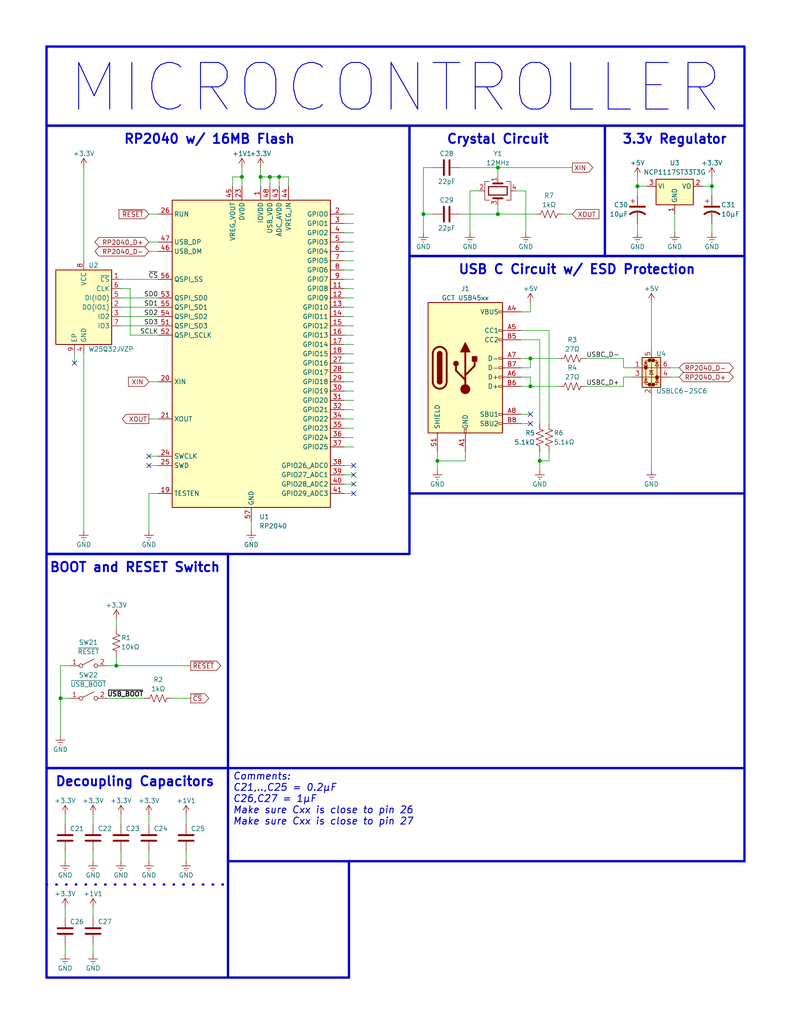
<source format=kicad_sch>
(kicad_sch (version 20231120) (generator "eeschema") (generator_version "8.0")
  (paper "USLetter" portrait)
  (title_block (title "Numb") (date "2024-12-08") (company "a.newhouse"))
  (lib_symbols
    (symbol "Connector:USB_C_Receptacle_USB2.0_16P" (pin_names (offset 1.016))
      (property "Reference" "J" (at 0 22.225 0))
      (property "Value" "USB_C_Receptacle_USB2.0_16P" (at 0 19.685 0))
      (symbol "USB_C_Receptacle_USB2.0_16P_0_0"
        (rectangle (start -0.254 -17.78) (end 0.254 -16.764))
        (rectangle (start 10.16 -14.986) (end 9.144 -15.494))
        (rectangle (start 10.16 -12.446) (end 9.144 -12.954))
        (rectangle (start 10.16 -4.826) (end 9.144 -5.334))
        (rectangle (start 10.16 -2.286) (end 9.144 -2.794))
        (rectangle (start 10.16 0.254) (end 9.144 -0.254))
        (rectangle (start 10.16 2.794) (end 9.144 2.286))
        (rectangle (start 10.16 7.874) (end 9.144 7.366))
        (rectangle (start 10.16 10.414) (end 9.144 9.906))
        (rectangle (start 10.16 15.494) (end 9.144 14.986))
      )
      (symbol "USB_C_Receptacle_USB2.0_16P_0_1"
        (rectangle (start -10.16 17.78) (end 10.16 -17.78) (stroke (width 0.254)) (fill (type background)))
        (arc (start -8.89 -3.81) (mid -6.985 -5.7067) (end -5.08 -3.81) (stroke (width 0.508)))
        (arc (start -7.62 -3.81) (mid -6.985 -4.4423) (end -6.35 -3.81) (stroke (width 0.254)))
        (arc (start -7.62 -3.81) (mid -6.985 -4.4423) (end -6.35 -3.81) (stroke (width 0.254)) (fill (type outline)))
        (rectangle (start -7.62 -3.81) (end -6.35 3.81) (stroke (width 0.254)) (fill (type outline)))
        (arc (start -6.35 3.81) (mid -6.985 4.4423) (end -7.62 3.81) (stroke (width 0.254)))
        (arc (start -6.35 3.81) (mid -6.985 4.4423) (end -7.62 3.81) (stroke (width 0.254)) (fill (type outline)))
        (arc (start -5.08 3.81) (mid -6.985 5.7067) (end -8.89 3.81) (stroke (width 0.508)))
        (circle (center -2.54 1.143) (radius 0.635) (stroke (width 0.254)) (fill (type outline)))
        (circle (center 0 -5.842) (radius 1.27) (fill (type outline)))
        (polyline (pts (xy -8.89 -3.81) (xy -8.89 3.81)) (stroke (width 0.508)))
        (polyline (pts (xy -5.08 3.81) (xy -5.08 -3.81)) (stroke (width 0.508)))
        (polyline (pts (xy 0 -5.842) (xy 0 4.318)) (stroke (width 0.508)))
        (polyline (pts (xy 0 -3.302) (xy -2.54 -0.762) (xy -2.54 0.508)) (stroke (width 0.508)))
        (polyline (pts (xy 0 -2.032) (xy 2.54 0.508) (xy 2.54 1.778)) (stroke (width 0.508)))
        (polyline (pts (xy -1.27 4.318) (xy 0 6.858) (xy 1.27 4.318) (xy -1.27 4.318)) (stroke (width 0.254)) (fill (type outline)))
        (rectangle (start 1.905 1.778) (end 3.175 3.048) (stroke (width 0.254)) (fill (type outline)))
      )
      (symbol "USB_C_Receptacle_USB2.0_16P_1_1"
        (pin passive line (at 0 -22.86 90) (length 5.08) (name "GND") (number "A1"))
        (pin passive line (at 0 -22.86 90) (length 5.08) hide (name "GND") (number "A12"))
        (pin passive line (at 15.24 15.24 180) (length 5.08) (name "VBUS") (number "A4"))
        (pin bidirectional line (at 15.24 10.16 180) (length 5.08) (name "CC1") (number "A5"))
        (pin bidirectional line (at 15.24 -2.54 180) (length 5.08) (name "D+") (number "A6"))
        (pin bidirectional line (at 15.24 2.54 180) (length 5.08) (name "D-") (number "A7"))
        (pin bidirectional line (at 15.24 -12.7 180) (length 5.08) (name "SBU1") (number "A8"))
        (pin passive line (at 15.24 15.24 180) (length 5.08) hide (name "VBUS") (number "A9"))
        (pin passive line (at 0 -22.86 90) (length 5.08) hide (name "GND") (number "B1"))
        (pin passive line (at 0 -22.86 90) (length 5.08) hide (name "GND") (number "B12"))
        (pin passive line (at 15.24 15.24 180) (length 5.08) hide (name "VBUS") (number "B4"))
        (pin bidirectional line (at 15.24 7.62 180) (length 5.08) (name "CC2") (number "B5"))
        (pin bidirectional line (at 15.24 -5.08 180) (length 5.08) (name "D+") (number "B6"))
        (pin bidirectional line (at 15.24 0 180) (length 5.08) (name "D-") (number "B7"))
        (pin bidirectional line (at 15.24 -15.24 180) (length 5.08) (name "SBU2") (number "B8"))
        (pin passive line (at 15.24 15.24 180) (length 5.08) hide (name "VBUS") (number "B9"))
        (pin passive line (at -7.62 -22.86 90) (length 5.08) (name "SHIELD") (number "S1"))
      )
    )
    (symbol "Device:C" (pin_numbers hide) (pin_names (offset 0.254))
      (property "Reference" "C" (at 0.635 2.54 0))
      (property "Value" "C" (at 0.635 -2.54 0))
      (symbol "C_0_1"
        (polyline (pts (xy -2.032 -0.762) (xy 2.032 -0.762)) (stroke (width 0.508)))
        (polyline (pts (xy -2.032 0.762) (xy 2.032 0.762)) (stroke (width 0.508)))
      )
      (symbol "C_1_1"
        (pin passive line (at 0 3.81 270) (length 2.794) (name "~") (number "1"))
        (pin passive line (at 0 -3.81 90) (length 2.794) (name "~") (number "2"))
      )
    )
    (symbol "Device:C_Polarized_US" (pin_numbers hide) (pin_names (offset 0.254) hide)
      (property "Reference" "C" (at 0.635 2.54 0))
      (property "Value" "C_Polarized_US" (at 0.635 -2.54 0))
      (symbol "C_Polarized_US_0_1"
        (polyline (pts (xy -2.032 0.762) (xy 2.032 0.762)) (stroke (width 0.508)))
        (polyline (pts (xy -1.778 2.286) (xy -0.762 2.286)))
        (polyline (pts (xy -1.27 1.778) (xy -1.27 2.794)))
        (arc (start 2.032 -1.27) (mid 0 -0.5572) (end -2.032 -1.27) (stroke (width 0.508)))
      )
      (symbol "C_Polarized_US_1_1"
        (pin passive line (at 0 3.81 270) (length 2.794) (name "~") (number "1"))
        (pin passive line (at 0 -3.81 90) (length 3.302) (name "~") (number "2"))
      )
    )
    (symbol "Device:Crystal_GND24" (pin_names (offset 1.016) hide)
      (property "Reference" "Y" (at 3.175 5.08 0))
      (property "Value" "Crystal_GND24" (at 3.175 3.175 0))
      (symbol "Crystal_GND24_0_1"
        (rectangle (start -1.143 2.54) (end 1.143 -2.54) (stroke (width 0.3048)))
        (polyline (pts (xy -2.54 0) (xy -2.032 0)))
        (polyline (pts (xy -2.032 -1.27) (xy -2.032 1.27)) (stroke (width 0.508)))
        (polyline (pts (xy 0 -3.81) (xy 0 -3.556)))
        (polyline (pts (xy 0 3.556) (xy 0 3.81)))
        (polyline (pts (xy 2.032 -1.27) (xy 2.032 1.27)) (stroke (width 0.508)))
        (polyline (pts (xy 2.032 0) (xy 2.54 0)))
        (polyline (pts (xy -2.54 -2.286) (xy -2.54 -3.556) (xy 2.54 -3.556) (xy 2.54 -2.286)))
        (polyline (pts (xy -2.54 2.286) (xy -2.54 3.556) (xy 2.54 3.556) (xy 2.54 2.286)))
      )
      (symbol "Crystal_GND24_1_1"
        (pin passive line (at -3.81 0 0) (length 1.27) (name "1") (number "1"))
        (pin passive line (at 0 5.08 270) (length 1.27) (name "2") (number "2"))
        (pin passive line (at 3.81 0 180) (length 1.27) (name "3") (number "3"))
        (pin passive line (at 0 -5.08 90) (length 1.27) (name "4") (number "4"))
      )
    )
    (symbol "Device:R_US" (pin_numbers hide) (pin_names (offset 0))
      (property "Reference" "R" (at 2.54 0 90))
      (property "Value" "R_US" (at -2.54 0 90))
      (symbol "R_US_0_1"
        (polyline (pts (xy 0 -2.286) (xy 0 -2.54)))
        (polyline (pts (xy 0 2.286) (xy 0 2.54)))
        (polyline (pts (xy 0 -0.762) (xy 1.016 -1.143) (xy 0 -1.524) (xy -1.016 -1.905) (xy 0 -2.286)))
        (polyline (pts (xy 0 0.762) (xy 1.016 0.381) (xy 0 0) (xy -1.016 -0.381) (xy 0 -0.762)))
        (polyline (pts (xy 0 2.286) (xy 1.016 1.905) (xy 0 1.524) (xy -1.016 1.143) (xy 0 0.762)))
      )
      (symbol "R_US_1_1"
        (pin passive line (at 0 3.81 270) (length 1.27) (name "~") (number "1"))
        (pin passive line (at 0 -3.81 90) (length 1.27) (name "~") (number "2"))
      )
    )
    (symbol "MCU_RaspberryPi:RP2040"
      (property "Reference" "U" (at 17.78 45.72 0))
      (property "Value" "RP2040" (at 17.78 43.18 0))
      (symbol "RP2040_0_1"
        (rectangle (start -21.59 41.91) (end 21.59 -41.91) (stroke (width 0.254)) (fill (type background)))
      )
      (symbol "RP2040_1_1"
        (pin power_in line (at 2.54 45.72 270) (length 3.81) (name "IOVDD") (number "1"))
        (pin passive line (at 2.54 45.72 270) (length 3.81) hide (name "IOVDD") (number "10"))
        (pin bidirectional line (at 25.4 17.78 180) (length 3.81) (name "GPIO8") (number "11"))
        (pin bidirectional line (at 25.4 15.24 180) (length 3.81) (name "GPIO9") (number "12"))
        (pin bidirectional line (at 25.4 12.7 180) (length 3.81) (name "GPIO10") (number "13"))
        (pin bidirectional line (at 25.4 10.16 180) (length 3.81) (name "GPIO11") (number "14"))
        (pin bidirectional line (at 25.4 7.62 180) (length 3.81) (name "GPIO12") (number "15"))
        (pin bidirectional line (at 25.4 5.08 180) (length 3.81) (name "GPIO13") (number "16"))
        (pin bidirectional line (at 25.4 2.54 180) (length 3.81) (name "GPIO14") (number "17"))
        (pin bidirectional line (at 25.4 0 180) (length 3.81) (name "GPIO15") (number "18"))
        (pin input line (at -25.4 -38.1 0) (length 3.81) (name "TESTEN") (number "19"))
        (pin bidirectional line (at 25.4 38.1 180) (length 3.81) (name "GPIO0") (number "2"))
        (pin input line (at -25.4 -7.62 0) (length 3.81) (name "XIN") (number "20"))
        (pin passive line (at -25.4 -17.78 0) (length 3.81) (name "XOUT") (number "21"))
        (pin passive line (at 2.54 45.72 270) (length 3.81) hide (name "IOVDD") (number "22"))
        (pin power_in line (at -2.54 45.72 270) (length 3.81) (name "DVDD") (number "23"))
        (pin input line (at -25.4 -27.94 0) (length 3.81) (name "SWCLK") (number "24"))
        (pin bidirectional line (at -25.4 -30.48 0) (length 3.81) (name "SWD") (number "25"))
        (pin input line (at -25.4 38.1 0) (length 3.81) (name "RUN") (number "26"))
        (pin bidirectional line (at 25.4 -2.54 180) (length 3.81) (name "GPIO16") (number "27"))
        (pin bidirectional line (at 25.4 -5.08 180) (length 3.81) (name "GPIO17") (number "28"))
        (pin bidirectional line (at 25.4 -7.62 180) (length 3.81) (name "GPIO18") (number "29"))
        (pin bidirectional line (at 25.4 35.56 180) (length 3.81) (name "GPIO1") (number "3"))
        (pin bidirectional line (at 25.4 -10.16 180) (length 3.81) (name "GPIO19") (number "30"))
        (pin bidirectional line (at 25.4 -12.7 180) (length 3.81) (name "GPIO20") (number "31"))
        (pin bidirectional line (at 25.4 -15.24 180) (length 3.81) (name "GPIO21") (number "32"))
        (pin passive line (at 2.54 45.72 270) (length 3.81) hide (name "IOVDD") (number "33"))
        (pin bidirectional line (at 25.4 -17.78 180) (length 3.81) (name "GPIO22") (number "34"))
        (pin bidirectional line (at 25.4 -20.32 180) (length 3.81) (name "GPIO23") (number "35"))
        (pin bidirectional line (at 25.4 -22.86 180) (length 3.81) (name "GPIO24") (number "36"))
        (pin bidirectional line (at 25.4 -25.4 180) (length 3.81) (name "GPIO25") (number "37"))
        (pin bidirectional line (at 25.4 -30.48 180) (length 3.81) (name "GPIO26_ADC0") (number "38"))
        (pin bidirectional line (at 25.4 -33.02 180) (length 3.81) (name "GPIO27_ADC1") (number "39"))
        (pin bidirectional line (at 25.4 33.02 180) (length 3.81) (name "GPIO2") (number "4"))
        (pin bidirectional line (at 25.4 -35.56 180) (length 3.81) (name "GPIO28_ADC2") (number "40"))
        (pin bidirectional line (at 25.4 -38.1 180) (length 3.81) (name "GPIO29_ADC3") (number "41"))
        (pin passive line (at 2.54 45.72 270) (length 3.81) hide (name "IOVDD") (number "42"))
        (pin power_in line (at 7.62 45.72 270) (length 3.81) (name "ADC_AVDD") (number "43"))
        (pin power_in line (at 10.16 45.72 270) (length 3.81) (name "VREG_IN") (number "44"))
        (pin power_out line (at -5.08 45.72 270) (length 3.81) (name "VREG_VOUT") (number "45"))
        (pin bidirectional line (at -25.4 27.94 0) (length 3.81) (name "USB_DM") (number "46"))
        (pin bidirectional line (at -25.4 30.48 0) (length 3.81) (name "USB_DP") (number "47"))
        (pin power_in line (at 5.08 45.72 270) (length 3.81) (name "USB_VDD") (number "48"))
        (pin passive line (at 2.54 45.72 270) (length 3.81) hide (name "IOVDD") (number "49"))
        (pin bidirectional line (at 25.4 30.48 180) (length 3.81) (name "GPIO3") (number "5"))
        (pin passive line (at -2.54 45.72 270) (length 3.81) hide (name "DVDD") (number "50"))
        (pin bidirectional line (at -25.4 7.62 0) (length 3.81) (name "QSPI_SD3") (number "51"))
        (pin output line (at -25.4 5.08 0) (length 3.81) (name "QSPI_SCLK") (number "52"))
        (pin bidirectional line (at -25.4 15.24 0) (length 3.81) (name "QSPI_SD0") (number "53"))
        (pin bidirectional line (at -25.4 10.16 0) (length 3.81) (name "QSPI_SD2") (number "54"))
        (pin bidirectional line (at -25.4 12.7 0) (length 3.81) (name "QSPI_SD1") (number "55"))
        (pin bidirectional line (at -25.4 20.32 0) (length 3.81) (name "QSPI_SS") (number "56"))
        (pin power_in line (at 0 -45.72 90) (length 3.81) (name "GND") (number "57"))
        (pin bidirectional line (at 25.4 27.94 180) (length 3.81) (name "GPIO4") (number "6"))
        (pin bidirectional line (at 25.4 25.4 180) (length 3.81) (name "GPIO5") (number "7"))
        (pin bidirectional line (at 25.4 22.86 180) (length 3.81) (name "GPIO6") (number "8"))
        (pin bidirectional line (at 25.4 20.32 180) (length 3.81) (name "GPIO7") (number "9"))
      )
    )
    (symbol "Memory_Flash:W25Q32JVZP"
      (property "Reference" "U" (at -6.35 11.43 0))
      (property "Value" "W25Q32JVZP" (at 7.62 11.43 0))
      (symbol "W25Q32JVZP_0_1"
        (rectangle (start -7.62 10.16) (end 7.62 -10.16) (stroke (width 0.254)) (fill (type background)))
      )
      (symbol "W25Q32JVZP_1_1"
        (pin input line (at -10.16 7.62 0) (length 2.54) (name "~{CS}") (number "1"))
        (pin bidirectional line (at -10.16 0 0) (length 2.54) (name "DO(IO1)") (number "2"))
        (pin bidirectional line (at -10.16 -2.54 0) (length 2.54) (name "IO2") (number "3"))
        (pin power_in line (at 0 -12.7 90) (length 2.54) (name "GND") (number "4"))
        (pin bidirectional line (at -10.16 2.54 0) (length 2.54) (name "DI(IO0)") (number "5"))
        (pin input line (at -10.16 5.08 0) (length 2.54) (name "CLK") (number "6"))
        (pin bidirectional line (at -10.16 -5.08 0) (length 2.54) (name "IO3") (number "7"))
        (pin power_in line (at 0 12.7 270) (length 2.54) (name "VCC") (number "8"))
        (pin passive line (at 2.54 -12.7 90) (length 2.54) (name "EP") (number "9"))
      )
    )
    (symbol "Power_Protection:USBLC6-2SC6" (pin_names hide)
      (property "Reference" "U" (at 0.635 5.715 0))
      (property "Value" "USBLC6-2SC6" (at 0.635 3.81 0))
      (symbol "USBLC6-2SC6_0_0"
        (circle (center -1.524 0) (radius 0.0001) (stroke (width 0.508)))
        (circle (center -0.508 -4.572) (radius 0.0001) (stroke (width 0.508)))
        (circle (center -0.508 2.032) (radius 0.0001) (stroke (width 0.508)))
        (circle (center 0.508 -4.572) (radius 0.0001) (stroke (width 0.508)))
        (circle (center 0.508 2.032) (radius 0.0001) (stroke (width 0.508)))
        (circle (center 1.524 -2.54) (radius 0.0001) (stroke (width 0.508)))
      )
      (symbol "USBLC6-2SC6_0_1"
        (polyline (pts (xy -2.54 -2.54) (xy 2.54 -2.54)))
        (polyline (pts (xy -2.54 0) (xy 2.54 0)))
        (polyline (pts (xy -2.032 -3.048) (xy -1.016 -3.048)))
        (polyline (pts (xy -1.016 1.524) (xy -2.032 1.524)))
        (polyline (pts (xy 1.016 -3.048) (xy 2.032 -3.048)))
        (polyline (pts (xy 1.016 1.524) (xy 2.032 1.524)))
        (polyline (pts (xy -0.508 -1.143) (xy -0.508 -0.762) (xy 0.508 -0.762)))
        (polyline (pts (xy -2.032 0.508) (xy -1.016 0.508) (xy -1.524 1.524) (xy -2.032 0.508)))
        (polyline (pts (xy -1.016 -4.064) (xy -2.032 -4.064) (xy -1.524 -3.048) (xy -1.016 -4.064)))
        (polyline (pts (xy 0.508 -1.778) (xy -0.508 -1.778) (xy 0 -0.762) (xy 0.508 -1.778)))
        (polyline (pts (xy 2.032 -4.064) (xy 1.016 -4.064) (xy 1.524 -3.048) (xy 2.032 -4.064)))
        (polyline (pts (xy 2.032 0.508) (xy 1.016 0.508) (xy 1.524 1.524) (xy 2.032 0.508)))
        (polyline (pts (xy 0 2.54) (xy -0.508 2.032) (xy 0.508 2.032) (xy 0 1.524) (xy 0 -4.064) (xy -0.508 -4.572) (xy 0.508 -4.572) (xy 0 -5.08)))
      )
      (symbol "USBLC6-2SC6_1_1"
        (rectangle (start -2.54 2.794) (end 2.54 -5.334) (stroke (width 0.254)) (fill (type background)))
        (polyline (pts (xy -0.508 2.032) (xy -1.524 2.032) (xy -1.524 -4.572) (xy -0.508 -4.572)))
        (polyline (pts (xy 0.508 -4.572) (xy 1.524 -4.572) (xy 1.524 2.032) (xy 0.508 2.032)))
        (pin passive line (at -5.08 0 0) (length 2.54) (name "I/O1") (number "1"))
        (pin passive line (at 0 -7.62 90) (length 2.54) (name "GND") (number "2"))
        (pin passive line (at -5.08 -2.54 0) (length 2.54) (name "I/O2") (number "3"))
        (pin passive line (at 5.08 -2.54 180) (length 2.54) (name "I/O2") (number "4"))
        (pin passive line (at 0 5.08 270) (length 2.54) (name "VBUS") (number "5"))
        (pin passive line (at 5.08 0 180) (length 2.54) (name "I/O1") (number "6"))
      )
    )
    (symbol "Regulator_Linear:NCP1117-3.3_SOT223"
      (property "Reference" "U" (at -3.81 3.175 0))
      (property "Value" "NCP1117-3.3_SOT223" (at 0 3.175 0))
      (symbol "NCP1117-3.3_SOT223_0_1"
        (rectangle (start -5.08 -5.08) (end 5.08 1.905) (stroke (width 0.254)) (fill (type background)))
      )
      (symbol "NCP1117-3.3_SOT223_1_1"
        (pin power_in line (at 0 -7.62 90) (length 2.54) (name "GND") (number "1"))
        (pin power_out line (at 7.62 0 180) (length 2.54) (name "VO") (number "2"))
        (pin power_in line (at -7.62 0 0) (length 2.54) (name "VI") (number "3"))
      )
    )
    (symbol "Switch:SW_SPST" (pin_names (offset 0) hide)
      (property "Reference" "SW" (at 0 3.175 0))
      (property "Value" "SW_SPST" (at 0 -2.54 0))
      (symbol "SW_SPST_0_0"
        (circle (center -2.032 0) (radius 0.508))
        (polyline (pts (xy -1.524 0.254) (xy 1.524 1.778)))
        (circle (center 2.032 0) (radius 0.508))
      )
      (symbol "SW_SPST_1_1"
        (pin passive line (at -5.08 0 0) (length 2.54) (name "A") (number "1"))
        (pin passive line (at 5.08 0 180) (length 2.54) (name "B") (number "2"))
      )
    )
    (symbol "power:+1V1" (power) (pin_numbers hide) (pin_names (offset 0) hide)
      (property "Value" "+1V1" (at 0 3.556 0))
      (symbol "+1V1_0_1"
        (polyline (pts (xy -0.762 1.27) (xy 0 2.54)))
        (polyline (pts (xy 0 0) (xy 0 2.54)))
        (polyline (pts (xy 0 2.54) (xy 0.762 1.27)))
      )
      (symbol "+1V1_1_1"
        (pin power_in line (at 0 0 90) (length 0) (name "~") (number "1"))
      )
    )
    (symbol "power:+3.3V" (power) (pin_numbers hide) (pin_names (offset 0) hide)
      (property "Value" "+3.3V" (at 0 3.556 0))
      (symbol "+3.3V_0_1"
        (polyline (pts (xy -0.762 1.27) (xy 0 2.54)))
        (polyline (pts (xy 0 0) (xy 0 2.54)))
        (polyline (pts (xy 0 2.54) (xy 0.762 1.27)))
      )
      (symbol "+3.3V_1_1"
        (pin power_in line (at 0 0 90) (length 0) (name "~") (number "1"))
      )
    )
    (symbol "power:+5V" (power) (pin_numbers hide) (pin_names (offset 0) hide)
      (property "Value" "+5V" (at 0 3.556 0))
      (symbol "+5V_0_1"
        (polyline (pts (xy -0.762 1.27) (xy 0 2.54)))
        (polyline (pts (xy 0 0) (xy 0 2.54)))
        (polyline (pts (xy 0 2.54) (xy 0.762 1.27)))
      )
      (symbol "+5V_1_1"
        (pin power_in line (at 0 0 90) (length 0) (name "~") (number "1"))
      )
    )
    (symbol "power:Earth" (power) (pin_numbers hide) (pin_names (offset 0) hide)
      (property "Value" "Earth" (at 0 -3.81 0))
      (symbol "Earth_0_1"
        (polyline (pts (xy -0.635 -1.905) (xy 0.635 -1.905)))
        (polyline (pts (xy -0.127 -2.54) (xy 0.127 -2.54)))
        (polyline (pts (xy 0 -1.27) (xy 0 0)))
        (polyline (pts (xy 1.27 -1.27) (xy -1.27 -1.27)))
      )
      (symbol "Earth_1_1"
        (pin power_in line (at 0 0 270) (length 0) (name "~") (number "1"))
      )
    )
  )
  (junction (at 135.89 45.72))
  (junction (at 147.32 125.73))
  (junction (at 76.2 48.26))
  (junction (at 135.89 58.42))
  (junction (at 194.31 50.8))
  (junction (at 71.12 48.26))
  (junction (at 31.75 181.61))
  (junction (at 119.38 125.73))
  (junction (at 144.78 105.41))
  (junction (at 173.99 50.8))
  (junction (at 16.51 190.5))
  (junction (at 66.04 48.26))
  (junction (at 115.57 58.42))
  (junction (at 73.66 48.26))
  (junction (at 144.78 97.79))
  (no_connect (at 96.52 134.62))
  (no_connect (at 40.64 127))
  (no_connect (at 20.32 99.06))
  (no_connect (at 144.78 115.57))
  (no_connect (at 144.78 113.03))
  (no_connect (at 96.52 127))
  (no_connect (at 96.52 132.08))
  (no_connect (at 40.64 124.46))
  (no_connect (at 96.52 129.54))
  (wire (pts (xy 93.98 91.44) (xy 96.52 91.44)))
  (wire (pts (xy 40.64 114.3) (xy 43.18 114.3)))
  (wire (pts (xy 191.77 50.8) (xy 194.31 50.8)))
  (wire (pts (xy 71.12 45.72) (xy 71.12 48.26)))
  (wire (pts (xy 146.05 58.42) (xy 135.89 58.42)))
  (wire (pts (xy 93.98 129.54) (xy 96.52 129.54)))
  (wire (pts (xy 31.75 179.07) (xy 31.75 181.61)))
  (wire (pts (xy 115.57 58.42) (xy 118.11 58.42)))
  (wire (pts (xy 40.64 134.62) (xy 40.64 144.78)))
  (wire (pts (xy 25.4 247.65) (xy 25.4 250.19)))
  (wire (pts (xy 170.18 100.33) (xy 170.18 97.79)))
  (wire (pts (xy 66.04 50.8) (xy 66.04 48.26)))
  (wire (pts (xy 160.02 105.41) (xy 170.18 105.41)))
  (wire (pts (xy 93.98 73.66) (xy 96.52 73.66)))
  (wire (pts (xy 127 123.19) (xy 127 125.73)))
  (wire (pts (xy 33.02 86.36) (xy 43.18 86.36)))
  (wire (pts (xy 50.8 222.25) (xy 50.8 224.79)))
  (wire (pts (xy 17.78 222.25) (xy 17.78 224.79)))
  (wire (pts (xy 16.51 190.5) (xy 16.51 200.66)))
  (wire (pts (xy 46.99 190.5) (xy 52.07 190.5)))
  (wire (pts (xy 29.21 190.5) (xy 39.37 190.5)))
  (wire (pts (xy 128.27 52.07) (xy 128.27 63.5)))
  (wire (pts (xy 35.56 91.44) (xy 35.56 78.74)))
  (wire (pts (xy 147.32 125.73) (xy 147.32 128.27)))
  (polyline (pts (xy 62.23 209.55) (xy 203.2 209.55)) (stroke (width 0.635)))
  (wire (pts (xy 93.98 121.92) (xy 96.52 121.92)))
  (wire (pts (xy 172.72 100.33) (xy 170.18 100.33)))
  (wire (pts (xy 144.78 82.55) (xy 144.78 85.09)))
  (wire (pts (xy 33.02 83.82) (xy 43.18 83.82)))
  (wire (pts (xy 149.86 123.19) (xy 149.86 125.73)))
  (wire (pts (xy 93.98 116.84) (xy 96.52 116.84)))
  (wire (pts (xy 93.98 58.42) (xy 96.52 58.42)))
  (wire (pts (xy 93.98 96.52) (xy 96.52 96.52)))
  (wire (pts (xy 22.86 45.72) (xy 22.86 71.12)))
  (polyline (pts (xy 62.23 266.7) (xy 95.25 266.7)) (stroke (width 0.635)))
  (wire (pts (xy 93.98 63.5) (xy 96.52 63.5)))
  (wire (pts (xy 142.24 97.79) (xy 144.78 97.79)))
  (wire (pts (xy 93.98 88.9) (xy 96.52 88.9)))
  (wire (pts (xy 135.89 45.72) (xy 156.21 45.72)))
  (wire (pts (xy 142.24 115.57) (xy 144.78 115.57)))
  (wire (pts (xy 31.75 181.61) (xy 52.07 181.61)))
  (wire (pts (xy 76.2 48.26) (xy 76.2 50.8)))
  (wire (pts (xy 16.51 181.61) (xy 16.51 190.5)))
  (wire (pts (xy 50.8 232.41) (xy 50.8 234.95)))
  (polyline (pts (xy 62.23 209.55) (xy 203.2 209.55)))
  (wire (pts (xy 149.86 125.73) (xy 147.32 125.73)))
  (wire (pts (xy 177.8 82.55) (xy 177.8 95.25)))
  (wire (pts (xy 144.78 105.41) (xy 152.4 105.41)))
  (wire (pts (xy 78.74 48.26) (xy 78.74 50.8)))
  (wire (pts (xy 142.24 85.09) (xy 144.78 85.09)))
  (wire (pts (xy 93.98 81.28) (xy 96.52 81.28)))
  (wire (pts (xy 93.98 93.98) (xy 96.52 93.98)))
  (wire (pts (xy 149.86 90.17) (xy 149.86 115.57)))
  (wire (pts (xy 147.32 92.71) (xy 147.32 115.57)))
  (wire (pts (xy 93.98 66.04) (xy 96.52 66.04)))
  (wire (pts (xy 125.73 58.42) (xy 135.89 58.42)))
  (wire (pts (xy 194.31 50.8) (xy 194.31 53.34)))
  (wire (pts (xy 33.02 76.2) (xy 43.18 76.2)))
  (wire (pts (xy 173.99 60.96) (xy 173.99 63.5)))
  (wire (pts (xy 40.64 68.58) (xy 43.18 68.58)))
  (wire (pts (xy 177.8 107.95) (xy 177.8 128.27)))
  (wire (pts (xy 115.57 58.42) (xy 115.57 63.5)))
  (wire (pts (xy 93.98 68.58) (xy 96.52 68.58)))
  (wire (pts (xy 40.64 66.04) (xy 43.18 66.04)))
  (wire (pts (xy 147.32 123.19) (xy 147.32 125.73)))
  (wire (pts (xy 93.98 76.2) (xy 96.52 76.2)))
  (wire (pts (xy 194.31 63.5) (xy 194.31 60.96)))
  (wire (pts (xy 93.98 60.96) (xy 96.52 60.96)))
  (wire (pts (xy 144.78 105.41) (xy 142.24 105.41)))
  (wire (pts (xy 182.88 100.33) (xy 185.42 100.33)))
  (wire (pts (xy 93.98 83.82) (xy 96.52 83.82)))
  (wire (pts (xy 19.05 190.5) (xy 16.51 190.5)))
  (wire (pts (xy 93.98 71.12) (xy 96.52 71.12)))
  (wire (pts (xy 173.99 53.34) (xy 173.99 50.8)))
  (wire (pts (xy 115.57 45.72) (xy 115.57 58.42)))
  (polyline (pts (xy 95.25 234.95) (xy 62.23 234.95)) (stroke (width 0.635)))
  (wire (pts (xy 68.58 142.24) (xy 68.58 144.78)))
  (wire (pts (xy 172.72 102.87) (xy 170.18 102.87)))
  (wire (pts (xy 160.02 97.79) (xy 170.18 97.79)))
  (wire (pts (xy 93.98 101.6) (xy 96.52 101.6)))
  (wire (pts (xy 17.78 232.41) (xy 17.78 234.95)))
  (wire (pts (xy 194.31 48.26) (xy 194.31 50.8)))
  (wire (pts (xy 66.04 45.72) (xy 66.04 48.26)))
  (wire (pts (xy 33.02 232.41) (xy 33.02 234.95)))
  (wire (pts (xy 93.98 99.06) (xy 96.52 99.06)))
  (wire (pts (xy 71.12 48.26) (xy 73.66 48.26)))
  (wire (pts (xy 142.24 100.33) (xy 144.78 100.33)))
  (wire (pts (xy 43.18 134.62) (xy 40.64 134.62)))
  (wire (pts (xy 173.99 50.8) (xy 176.53 50.8)))
  (wire (pts (xy 142.24 92.71) (xy 147.32 92.71)))
  (polyline (pts (xy 62.23 233.68) (xy 62.23 234.95)) (stroke (width 0.635)))
  (wire (pts (xy 135.89 55.88) (xy 135.89 58.42)))
  (wire (pts (xy 40.64 104.14) (xy 43.18 104.14)))
  (wire (pts (xy 142.24 90.17) (xy 149.86 90.17)))
  (wire (pts (xy 144.78 97.79) (xy 144.78 100.33)))
  (wire (pts (xy 22.86 96.52) (xy 22.86 144.78)))
  (wire (pts (xy 135.89 48.26) (xy 135.89 45.72)))
  (wire (pts (xy 93.98 127) (xy 96.52 127)))
  (wire (pts (xy 73.66 48.26) (xy 73.66 50.8)))
  (wire (pts (xy 125.73 45.72) (xy 135.89 45.72)))
  (wire (pts (xy 40.64 58.42) (xy 43.18 58.42)))
  (wire (pts (xy 130.81 52.07) (xy 128.27 52.07)))
  (wire (pts (xy 182.88 102.87) (xy 185.42 102.87)))
  (wire (pts (xy 63.5 48.26) (xy 63.5 50.8)))
  (wire (pts (xy 170.18 102.87) (xy 170.18 105.41)))
  (wire (pts (xy 71.12 50.8) (xy 71.12 48.26)))
  (wire (pts (xy 93.98 134.62) (xy 96.52 134.62)))
  (wire (pts (xy 29.21 181.61) (xy 31.75 181.61)))
  (wire (pts (xy 93.98 86.36) (xy 96.52 86.36)))
  (wire (pts (xy 40.64 124.46) (xy 43.18 124.46)))
  (wire (pts (xy 76.2 48.26) (xy 78.74 48.26)))
  (wire (pts (xy 143.51 52.07) (xy 143.51 63.5)))
  (wire (pts (xy 35.56 78.74) (xy 33.02 78.74)))
  (wire (pts (xy 93.98 106.68) (xy 96.52 106.68)))
  (wire (pts (xy 25.4 222.25) (xy 25.4 224.79)))
  (wire (pts (xy 33.02 222.25) (xy 33.02 224.79)))
  (wire (pts (xy 20.32 96.52) (xy 20.32 99.06)))
  (wire (pts (xy 25.4 257.81) (xy 25.4 260.35)))
  (wire (pts (xy 173.99 48.26) (xy 173.99 50.8)))
  (wire (pts (xy 93.98 109.22) (xy 96.52 109.22)))
  (wire (pts (xy 73.66 48.26) (xy 76.2 48.26)))
  (wire (pts (xy 40.64 232.41) (xy 40.64 234.95)))
  (wire (pts (xy 33.02 88.9) (xy 43.18 88.9)))
  (wire (pts (xy 40.64 222.25) (xy 40.64 224.79)))
  (wire (pts (xy 144.78 102.87) (xy 144.78 105.41)))
  (wire (pts (xy 119.38 125.73) (xy 127 125.73)))
  (wire (pts (xy 118.11 45.72) (xy 115.57 45.72)))
  (wire (pts (xy 31.75 168.91) (xy 31.75 171.45)))
  (polyline (pts (xy 95.25 234.95) (xy 95.25 266.7)) (stroke (width 0.635)))
  (wire (pts (xy 33.02 81.28) (xy 43.18 81.28)))
  (wire (pts (xy 93.98 78.74) (xy 96.52 78.74)))
  (wire (pts (xy 19.05 181.61) (xy 16.51 181.61)))
  (wire (pts (xy 17.78 247.65) (xy 17.78 250.19)))
  (wire (pts (xy 93.98 114.3) (xy 96.52 114.3)))
  (wire (pts (xy 66.04 48.26) (xy 63.5 48.26)))
  (wire (pts (xy 17.78 257.81) (xy 17.78 260.35)))
  (wire (pts (xy 142.24 113.03) (xy 144.78 113.03)))
  (wire (pts (xy 25.4 232.41) (xy 25.4 234.95)))
  (wire (pts (xy 93.98 119.38) (xy 96.52 119.38)))
  (wire (pts (xy 119.38 125.73) (xy 119.38 128.27)))
  (wire (pts (xy 140.97 52.07) (xy 143.51 52.07)))
  (polyline (pts (xy 203.2 134.62) (xy 203.2 234.95)) (stroke (width 0.635)))
  (wire (pts (xy 153.67 58.42) (xy 156.21 58.42)))
  (polyline (pts (xy 12.7 241.3) (xy 62.23 241.3)) (stroke (width 0.635) (type dot)))
  (wire (pts (xy 119.38 125.73) (xy 119.38 123.19)))
  (wire (pts (xy 184.15 58.42) (xy 184.15 63.5)))
  (wire (pts (xy 93.98 132.08) (xy 96.52 132.08)))
  (wire (pts (xy 40.64 127) (xy 43.18 127)))
  (wire (pts (xy 142.24 102.87) (xy 144.78 102.87)))
  (wire (pts (xy 93.98 111.76) (xy 96.52 111.76)))
  (wire (pts (xy 35.56 91.44) (xy 43.18 91.44)))
  (polyline (pts (xy 95.25 234.95) (xy 203.2 234.95)) (stroke (width 0.635)))
  (wire (pts (xy 144.78 97.79) (xy 152.4 97.79)))
  (wire (pts (xy 93.98 104.14) (xy 96.52 104.14)))
  (rectangle (start 12.7 12.7) (end 203.2 34.29) (stroke (width 0.635)))
  (rectangle (start 111.76 69.85) (end 203.2 134.62) (stroke (width 0.635)))
  (rectangle (start 12.7 34.29) (end 111.76 151.13) (stroke (width 0.635)))
  (rectangle (start 165.1 34.29) (end 203.2 69.85) (stroke (width 0.635)))
  (rectangle (start 62.23 151.13) (end 62.23 151.13))
  (rectangle (start 12.7 151.13) (end 62.23 209.55) (stroke (width 0.635)))
  (rectangle (start 111.76 34.29) (end 165.1 69.85) (stroke (width 0.635)))
  (rectangle (start 12.7 209.55) (end 62.23 266.7) (stroke (width 0.635)))
  (text "Crystal Circuit" (at 135.89 38.1 0) (effects (font (size 2.54 2.54) (thickness 0.508) (bold yes))))
  (text "RP2040 w/ 16MB Flash" (at 57.15 38.1 0) (effects (font (size 2.54 2.54) (thickness 0.508) (bold yes))))
  (text "3.3v Regulator" (at 184.15 38.1 0) (effects (font (size 2.54 2.54) (thickness 0.508) (bold yes))))
  (text "Decoupling Capacitors" (at 36.83 213.36 0) (effects (font (size 2.54 2.54) (thickness 0.508) (bold yes))))
  (text "MICROCONTROLLER" (at 107.95 24.13 0) (effects (font (size 12.7 12.7) (thickness 0.254) (bold yes))))
  (text "USB C Circuit w/ ESD Protection" (at 157.48 73.66 0) (effects (font (size 2.54 2.54) (thickness 0.508) (bold yes))))
  (text "Comments:\nC21,..,C25 = 0.2μF\nC26,C27 = 1μF\nMake sure Cxx is close to pin 26\nMake sure Cxx is close to pin 27" (at 63.5 210.82 0) (effects (font (size 1.905 1.905) (thickness 0.254) (bold yes) (italic yes)) (justify left top)))
  (text "BOOT and RESET Switch" (at 36.83 154.94 0) (effects (font (size 2.54 2.54) (thickness 0.508) (bold yes))))
  (label "SCLK" (at 43.18 91.44 180))
  (label "SD0" (at 43.18 81.28 180))
  (label "USBC_D-" (at 160.02 97.79 0))
  (label "~{CS}" (at 43.18 76.2 180))
  (label "USBC_D+" (at 160.02 105.41 0))
  (label "SD3" (at 43.18 88.9 180))
  (label "SD2" (at 43.18 86.36 180))
  (label "SD1" (at 43.18 83.82 180))
  (label "~{USB_BOOT}" (at 29.21 190.5 0) (effects (font (thickness 0.254) (bold yes))))
  (global_label "RP2040_D+" (shape bidirectional) (at 185.42 102.87 0) (property "Intersheetrefs" "${INTERSHEET_REFS}" (effects (hide yes))))
  (global_label "RP2040_D+" (shape bidirectional) (at 40.64 66.04 180) (property "Intersheetrefs" "${INTERSHEET_REFS}" (effects (hide yes))))
  (global_label "XIN" (shape output) (at 156.21 45.72 0) (property "Intersheetrefs" "${INTERSHEET_REFS}" (effects (hide yes))))
  (global_label "~{CS}" (shape output) (at 52.07 190.5 0) (property "Intersheetrefs" "${INTERSHEET_REFS}" (effects (hide yes))))
  (global_label "~{RESET}" (shape input) (at 40.64 58.42 180) (property "Intersheetrefs" "${INTERSHEET_REFS}" (effects (hide yes))))
  (global_label "RP2040_D-" (shape bidirectional) (at 40.64 68.58 180) (property "Intersheetrefs" "${INTERSHEET_REFS}" (effects (hide yes))))
  (global_label "RP2040_D-" (shape bidirectional) (at 185.42 100.33 0) (property "Intersheetrefs" "${INTERSHEET_REFS}" (effects (hide yes))))
  (global_label "XOUT" (shape output) (at 40.64 114.3 180) (property "Intersheetrefs" "${INTERSHEET_REFS}" (effects (hide yes))))
  (global_label "XIN" (shape input) (at 40.64 104.14 180) (property "Intersheetrefs" "${INTERSHEET_REFS}" (effects (hide yes))))
  (global_label "~{RESET}" (shape output) (at 52.07 181.61 0) (property "Intersheetrefs" "${INTERSHEET_REFS}" (effects (hide yes))))
  (global_label "XOUT" (shape input) (at 156.21 58.42 0) (property "Intersheetrefs" "${INTERSHEET_REFS}" (effects (hide yes))))
  (symbol (lib_id "power:+5V") (at 173.99 48.26 0) (unit 1)
    (property "Reference" "#PWR082" (effects (hide yes)))
    (property "Value" "+5V" (at 173.99 44.45 0))
    (property "Description" "Power symbol creates a global label with name \"+5V\"" (effects (hide yes)))
  )
  (symbol (lib_id "power:Earth") (at 128.27 63.5 0) (unit 1)
    (property "Reference" "#PWR086" (effects (hide yes)))
    (property "Value" "GND" (at 128.27 67.31 0))
    (property "Description" "Power symbol creates a global label with name \"Earth\"" (effects (hide yes)))
  )
  (symbol (lib_id "Regulator_Linear:NCP1117-3.3_SOT223") (at 184.15 50.8 0) (unit 1)
    (property "Reference" "U3" (at 184.15 44.45 0))
    (property "Value" "NCP1117ST33T3G" (at 184.15 46.99 0))
    (property "Footprint" "Package_TO_SOT_SMD:SOT-223-3_TabPin2" (effects (hide yes)))
    (property "Datasheet" "http://www.onsemi.com/pub_link/Collateral/NCP1117-D.PDF" (effects (hide yes)))
    (property "Description" "1A Low drop-out regulator, Fixed Output 3.3V, SOT-223" (effects (hide yes)))
  )
  (symbol (lib_id "power:Earth") (at 177.8 128.27 0) (unit 1)
    (property "Reference" "#PWR089" (effects (hide yes)))
    (property "Value" "GND" (at 177.8 132.08 0))
    (property "Description" "Power symbol creates a global label with name \"Earth\"" (effects (hide yes)))
  )
  (symbol (lib_id "power:Earth") (at 184.15 63.5 0) (unit 1)
    (property "Reference" "#PWR079" (effects (hide yes)))
    (property "Value" "GND" (at 184.15 67.31 0))
    (property "Description" "Power symbol creates a global label with name \"Earth\"" (effects (hide yes)))
  )
  (symbol (lib_id "power:Earth") (at 22.86 144.78 0) (unit 1)
    (property "Reference" "#PWR049" (effects (hide yes)))
    (property "Value" "GND" (at 22.86 148.59 0))
    (property "Description" "Power symbol creates a global label with name \"Earth\"" (effects (hide yes)))
  )
  (symbol (lib_id "Device:R_US") (at 149.86 119.38 0) (unit 1)
    (property "Reference" "R6" (at 151.13 118.11 0) (effects (justify left)))
    (property "Value" "5.1kΩ" (at 151.13 120.65 0) (effects (justify left)))
    (property "Footprint" "Resistor_SMD:R_0402_1005Metric" (effects (hide yes)))
    (property "Description" "Resistor, US symbol" (effects (hide yes)))
  )
  (symbol (lib_id "Device:C") (at 50.8 228.6 0) (unit 1)
    (property "Reference" "C25" (at 52.07 226.06 0) (effects (justify left)))
    (property "Value" "0.2μF" (effects (hide yes)))
    (property "Footprint" "Capacitor_SMD:C_0603_1608Metric" (effects (hide yes)))
    (property "Description" "Unpolarized capacitor" (effects (hide yes)))
  )
  (symbol (lib_id "power:Earth") (at 40.64 234.95 0) (unit 1)
    (property "Reference" "#PWR067" (effects (hide yes)))
    (property "Value" "GND" (at 40.64 238.76 0))
    (property "Description" "Power symbol creates a global label with name \"Earth\"" (effects (hide yes)))
  )
  (symbol (lib_id "MCU_RaspberryPi:RP2040") (at 68.58 96.52 0) (unit 1)
    (property "Reference" "U1" (at 70.7741 140.97 0) (effects (justify left)))
    (property "Value" "RP2040" (at 70.7741 143.51 0) (effects (justify left)))
    (property "Footprint" "Package_DFN_QFN:QFN-56-1EP_7x7mm_P0.4mm_EP3.2x3.2mm" (effects (hide yes)))
    (property "Datasheet" "https://datasheets.raspberrypi.com/rp2040/rp2040-datasheet.pdf" (effects (hide yes)))
    (property "Description" "A microcontroller by Raspberry Pi" (effects (hide yes)))
  )
  (symbol (lib_id "power:Earth") (at 17.78 234.95 0) (unit 1)
    (property "Reference" "#PWR064" (effects (hide yes)))
    (property "Value" "GND" (at 17.78 238.76 0))
    (property "Description" "Power symbol creates a global label with name \"Earth\"" (effects (hide yes)))
  )
  (symbol (lib_id "Connector:USB_C_Receptacle_USB2.0_16P") (at 127 100.33 0) (unit 1)
    (property "Reference" "J1" (at 127 78.74 0))
    (property "Value" "GCT USB45xx" (at 127 81.28 0))
    (property "Footprint" "PCM_Miscellaneous:GCT_USB4505-03-0-A_REVA" (effects (hide yes)))
    (property "Datasheet" "https://gct.co/product-compare/usb/usb4500,usb4505,usb4510,usb4520" (effects (hide yes)))
    (property "Description" "USB 2.0-only 16P Type-C Receptacle connector" (effects (hide yes)))
  )
  (symbol (lib_id "Device:C") (at 17.78 228.6 0) (unit 1)
    (property "Reference" "C21" (at 19.05 226.06 0) (effects (justify left)))
    (property "Value" "0.2μF" (effects (hide yes)))
    (property "Footprint" "Capacitor_SMD:C_0603_1608Metric" (effects (hide yes)))
    (property "Description" "Unpolarized capacitor" (effects (hide yes)))
  )
  (symbol (lib_id "power:Earth") (at 25.4 234.95 0) (unit 1)
    (property "Reference" "#PWR065" (effects (hide yes)))
    (property "Value" "GND" (at 25.4 238.76 0))
    (property "Description" "Power symbol creates a global label with name \"Earth\"" (effects (hide yes)))
  )
  (symbol (lib_id "power:+3.3V") (at 33.02 222.25 0) (unit 1)
    (property "Reference" "#PWR056" (effects (hide yes)))
    (property "Value" "+3.3V" (at 33.02 218.44 0))
    (property "Description" "Power symbol creates a global label with name \"+3.3V\"" (effects (hide yes)))
  )
  (symbol (lib_id "Device:R_US") (at 31.75 175.26 0) (unit 1)
    (property "Reference" "R1" (at 33.02 173.99 0) (effects (justify left)))
    (property "Value" "10kΩ" (at 33.02 176.53 0) (effects (justify left)))
    (property "Footprint" "Resistor_SMD:R_0402_1005Metric" (effects (hide yes)))
    (property "Description" "Resistor, US symbol" (effects (hide yes)))
  )
  (symbol (lib_id "Switch:SW_SPST") (at 24.13 181.61 0) (unit 1)
    (property "Reference" "SW21" (at 24.13 175.26 0))
    (property "Value" "~{RESET}" (at 24.13 177.8 0))
    (property "Footprint" "Button_Switch_SMD:SW_SPST_B3U-1000P-B" (effects (hide yes)))
    (property "Description" "Single Pole Single Throw (SPST) switch" (effects (hide yes)))
    (instances (project "Duality_TheSecond" (path "" (reference "SW21") (unit 1))) (project "Duality_TheSecond" (path "" (reference "SW84") (unit 1))) (project "Duality_TheSecond" (path "" (reference "SW21") (unit 1))))
  )
  (symbol (lib_id "Device:C") (at 25.4 254 0) (unit 1)
    (property "Reference" "C27" (at 26.67 251.46 0) (effects (justify left)))
    (property "Value" "1μF" (effects (hide yes)))
    (property "Footprint" "Capacitor_SMD:C_0603_1608Metric" (effects (hide yes)))
    (property "Description" "Unpolarized capacitor" (effects (hide yes)))
  )
  (symbol (lib_id "power:Earth") (at 17.78 260.35 0) (unit 1)
    (property "Reference" "#PWR083" (effects (hide yes)))
    (property "Value" "GND" (at 17.78 264.16 0))
    (property "Description" "Power symbol creates a global label with name \"Earth\"" (effects (hide yes)))
  )
  (symbol (lib_id "power:+3.3V") (at 40.64 222.25 0) (unit 1)
    (property "Reference" "#PWR057" (effects (hide yes)))
    (property "Value" "+3.3V" (at 40.64 218.44 0))
    (property "Description" "Power symbol creates a global label with name \"+3.3V\"" (effects (hide yes)))
  )
  (symbol (lib_id "Device:R_US") (at 43.18 190.5 90) (unit 1)
    (property "Reference" "R2" (at 43.18 185.42 90))
    (property "Value" "1kΩ" (at 43.18 187.96 90))
    (property "Footprint" "Resistor_SMD:R_0402_1005Metric" (effects (hide yes)))
    (property "Description" "Resistor, US symbol" (effects (hide yes)))
  )
  (symbol (lib_id "Device:R_US") (at 156.21 105.41 90) (unit 1)
    (property "Reference" "R4" (at 156.21 100.33 90))
    (property "Value" "27Ω" (at 156.21 102.87 90))
    (property "Footprint" "Resistor_SMD:R_0603_1608Metric" (effects (hide yes)))
    (property "Description" "Resistor, US symbol" (effects (hide yes)))
  )
  (symbol (lib_id "power:+3.3V") (at 17.78 222.25 0) (unit 1)
    (property "Reference" "#PWR054" (effects (hide yes)))
    (property "Value" "+3.3V" (at 17.78 218.44 0))
    (property "Description" "Power symbol creates a global label with name \"+3.3V\"" (effects (hide yes)))
  )
  (symbol (lib_id "power:+3.3V") (at 25.4 222.25 0) (unit 1)
    (property "Reference" "#PWR055" (effects (hide yes)))
    (property "Value" "+3.3V" (at 25.4 218.44 0))
    (property "Description" "Power symbol creates a global label with name \"+3.3V\"" (effects (hide yes)))
  )
  (symbol (lib_id "power:Earth") (at 25.4 260.35 0) (unit 1)
    (property "Reference" "#PWR084" (effects (hide yes)))
    (property "Value" "GND" (at 25.4 264.16 0))
    (property "Description" "Power symbol creates a global label with name \"Earth\"" (effects (hide yes)))
  )
  (symbol (lib_id "Device:Crystal_GND24") (at 135.89 52.07 90) (mirror x) (unit 1)
    (property "Reference" "Y1" (at 135.89 41.91 90))
    (property "Value" "12MHz" (at 135.89 44.45 90))
    (property "Footprint" "Crystal:Crystal_SMD_3225-4Pin_3.2x2.5mm" (effects (hide yes)))
    (property "Description" "Four pin crystal, GND on pins 2 and 4" (effects (hide yes)))
  )
  (symbol (lib_id "power:Earth") (at 16.51 200.66 0) (unit 1)
    (property "Reference" "#PWR052" (effects (hide yes)))
    (property "Value" "GND" (at 16.51 204.47 0))
    (property "Description" "Power symbol creates a global label with name \"Earth\"" (effects (hide yes)))
  )
  (symbol (lib_id "power:+3.3V") (at 194.31 48.26 0) (mirror y) (unit 1)
    (property "Reference" "#PWR081" (effects (hide yes)))
    (property "Value" "+3.3V" (at 194.31 44.45 0))
    (property "Description" "Power symbol creates a global label with name \"+3.3V\"" (effects (hide yes)))
  )
  (symbol (lib_id "power:+5V") (at 144.78 82.55 0) (unit 1)
    (property "Reference" "#PWR01" (effects (hide yes)))
    (property "Value" "+5V" (at 144.78 78.74 0))
    (property "Description" "Power symbol creates a global label with name \"+5V\"" (effects (hide yes)))
    (instances (project "Duality_TheSecond" (path "" (reference "#PWR01") (unit 1))) (project "Duality_TheSecond" (path "" (reference "#PWR0170") (unit 1))) (project "Duality_TheSecond" (path "" (reference "#PWR01") (unit 1))))
  )
  (symbol (lib_id "power:+3.3V") (at 31.75 168.91 0) (unit 1)
    (property "Reference" "#PWR051" (effects (hide yes)))
    (property "Value" "+3.3V" (at 31.75 165.1 0))
    (property "Description" "Power symbol creates a global label with name \"+3.3V\"" (effects (hide yes)))
  )
  (symbol (lib_id "Memory_Flash:W25Q32JVZP") (at 22.86 83.82 0) (mirror y) (unit 1)
    (property "Reference" "U2" (at 24.13 72.39 0) (effects (justify right)))
    (property "Value" "W25Q32JVZP" (at 24.13 95.25 0) (effects (justify right)))
    (property "Footprint" "Package_SON:WSON-8-1EP_6x5mm_P1.27mm_EP3.4x4.3mm" (effects (hide yes)))
    (property "Datasheet" "http://www.winbond.com/resource-files/w25q32jv%20revg%2003272018%20plus.pdf" (effects (hide yes)))
    (property "Description" "32Mb Serial Flash Memory, Standard/Dual/Quad SPI, DFN-8" (effects (hide yes)))
  )
  (symbol (lib_id "Device:R_US") (at 147.32 119.38 0) (unit 1)
    (property "Reference" "R5" (at 146.05 118.11 0) (effects (justify right)))
    (property "Value" "5.1kΩ" (at 146.05 120.65 0) (effects (justify right)))
    (property "Footprint" "Resistor_SMD:R_0402_1005Metric" (effects (hide yes)))
    (property "Description" "Resistor, US symbol" (effects (hide yes)))
  )
  (symbol (lib_id "Device:C") (at 121.92 58.42 90) (unit 1)
    (property "Reference" "C29" (at 121.92 54.61 90))
    (property "Value" "22pF" (at 121.92 62.23 90))
    (property "Footprint" "Capacitor_SMD:C_0402_1005Metric" (effects (hide yes)))
    (property "Description" "Unpolarized capacitor" (effects (hide yes)))
  )
  (symbol (lib_id "Device:C") (at 40.64 228.6 0) (unit 1)
    (property "Reference" "C24" (at 41.91 226.06 0) (effects (justify left)))
    (property "Value" "0.2μF" (effects (hide yes)))
    (property "Footprint" "Capacitor_SMD:C_0603_1608Metric" (effects (hide yes)))
    (property "Description" "Unpolarized capacitor" (effects (hide yes)))
  )
  (symbol (lib_id "power:+5V") (at 177.8 82.55 0) (unit 1)
    (property "Reference" "#PWR088" (effects (hide yes)))
    (property "Value" "+5V" (at 177.8 78.74 0))
    (property "Description" "Power symbol creates a global label with name \"+5V\"" (effects (hide yes)))
  )
  (symbol (lib_id "power:+3.3V") (at 71.12 45.72 0) (mirror y) (unit 1)
    (property "Reference" "#PWR076" (effects (hide yes)))
    (property "Value" "+3.3V" (at 71.12 41.91 0))
    (property "Description" "Power symbol creates a global label with name \"+3.3V\"" (effects (hide yes)))
  )
  (symbol (lib_id "Device:C") (at 25.4 228.6 0) (unit 1)
    (property "Reference" "C22" (at 26.67 226.06 0) (effects (justify left)))
    (property "Value" "0.2μF" (effects (hide yes)))
    (property "Footprint" "Capacitor_SMD:C_0603_1608Metric" (effects (hide yes)))
    (property "Description" "Unpolarized capacitor" (effects (hide yes)))
  )
  (symbol (lib_id "Device:R_US") (at 149.86 58.42 90) (unit 1)
    (property "Reference" "R7" (at 149.86 53.34 90))
    (property "Value" "1kΩ" (at 149.86 55.88 90))
    (property "Footprint" "Resistor_SMD:R_0402_1005Metric" (effects (hide yes)))
    (property "Description" "Resistor, US symbol" (effects (hide yes)))
  )
  (symbol (lib_id "power:Earth") (at 143.51 63.5 0) (unit 1)
    (property "Reference" "#PWR087" (effects (hide yes)))
    (property "Value" "GND" (at 143.51 67.31 0))
    (property "Description" "Power symbol creates a global label with name \"Earth\"" (effects (hide yes)))
  )
  (symbol (lib_id "power:Earth") (at 119.38 128.27 0) (unit 1)
    (property "Reference" "#PWR02" (effects (hide yes)))
    (property "Value" "GND" (at 119.38 132.08 0))
    (property "Description" "Power symbol creates a global label with name \"Earth\"" (effects (hide yes)))
    (instances (project "Duality_TheSecond" (path "" (reference "#PWR02") (unit 1))) (project "Duality_TheSecond" (path "" (reference "#PWR0169") (unit 1))) (project "Duality_TheSecond" (path "" (reference "#PWR02") (unit 1))))
  )
  (symbol (lib_id "power:Earth") (at 50.8 234.95 0) (unit 1)
    (property "Reference" "#PWR072" (effects (hide yes)))
    (property "Value" "GND" (at 50.8 238.76 0))
    (property "Description" "Power symbol creates a global label with name \"Earth\"" (effects (hide yes)))
  )
  (symbol (lib_id "power:Earth") (at 68.58 144.78 0) (unit 1)
    (property "Reference" "#PWR047" (effects (hide yes)))
    (property "Value" "GND" (at 68.58 148.59 0))
    (property "Description" "Power symbol creates a global label with name \"Earth\"" (effects (hide yes)))
  )
  (symbol (lib_id "Power_Protection:USBLC6-2SC6") (at 177.8 100.33 0) (unit 1)
    (property "Reference" "U4" (at 179.07 96.52 0) (effects (justify left)))
    (property "Value" "USBLC6-2SC6" (at 179.07 106.68 0) (effects (justify left)))
    (property "Footprint" "Package_TO_SOT_SMD:SOT-23-6" (effects (hide yes)))
    (property "Datasheet" "https://www.st.com/resource/en/datasheet/usblc6-2.pdf" (effects (hide yes)))
    (property "Description" "Very low capacitance ESD protection diode, 2 data-line, SOT-23-6" (effects (hide yes)))
  )
  (symbol (lib_id "power:Earth") (at 147.32 128.27 0) (unit 1)
    (property "Reference" "#PWR07" (effects (hide yes)))
    (property "Value" "GND" (at 147.32 132.08 0))
    (property "Description" "Power symbol creates a global label with name \"Earth\"" (effects (hide yes)))
  )
  (symbol (lib_id "Switch:SW_SPST") (at 24.13 190.5 0) (unit 1)
    (property "Reference" "SW22" (at 24.13 184.15 0))
    (property "Value" "~{USB_BOOT}" (at 24.13 186.69 0))
    (property "Footprint" "Button_Switch_SMD:SW_SPST_B3U-1000P-B" (effects (hide yes)))
    (property "Description" "Single Pole Single Throw (SPST) switch" (effects (hide yes)))
    (instances (project "Duality_TheSecond" (path "" (reference "SW22") (unit 1))) (project "Duality_TheSecond" (path "" (reference "SW85") (unit 1))) (project "Duality_TheSecond" (path "" (reference "SW22") (unit 1))))
  )
  (symbol (lib_id "power:Earth") (at 173.99 63.5 0) (unit 1)
    (property "Reference" "#PWR078" (effects (hide yes)))
    (property "Value" "GND" (at 173.99 67.31 0))
    (property "Description" "Power symbol creates a global label with name \"Earth\"" (effects (hide yes)))
  )
  (symbol (lib_id "power:+3.3V") (at 22.86 45.72 0) (unit 1)
    (property "Reference" "#PWR050" (effects (hide yes)))
    (property "Value" "+3.3V" (at 22.86 41.91 0))
    (property "Description" "Power symbol creates a global label with name \"+3.3V\"" (effects (hide yes)))
  )
  (symbol (lib_id "Device:R_US") (at 156.21 97.79 90) (unit 1)
    (property "Reference" "R3" (at 156.21 92.71 90))
    (property "Value" "27Ω" (at 156.21 95.25 90))
    (property "Footprint" "Resistor_SMD:R_0603_1608Metric" (effects (hide yes)))
    (property "Description" "Resistor, US symbol" (effects (hide yes)))
  )
  (symbol (lib_id "power:+1V1") (at 66.04 45.72 0) (unit 1)
    (property "Reference" "#PWR077" (effects (hide yes)))
    (property "Value" "+1V1" (at 66.04 41.91 0))
    (property "Description" "Power symbol creates a global label with name \"+1V1\"" (effects (hide yes)))
  )
  (symbol (lib_id "power:Earth") (at 115.57 63.5 0) (unit 1)
    (property "Reference" "#PWR085" (effects (hide yes)))
    (property "Value" "GND" (at 115.57 67.31 0))
    (property "Description" "Power symbol creates a global label with name \"Earth\"" (effects (hide yes)))
  )
  (symbol (lib_id "Device:C") (at 121.92 45.72 90) (unit 1)
    (property "Reference" "C28" (at 121.92 41.91 90))
    (property "Value" "22pF" (at 121.92 49.53 90))
    (property "Footprint" "Capacitor_SMD:C_0402_1005Metric" (effects (hide yes)))
    (property "Description" "Unpolarized capacitor" (effects (hide yes)))
  )
  (symbol (lib_id "Device:C") (at 17.78 254 0) (unit 1)
    (property "Reference" "C26" (at 19.05 251.46 0) (effects (justify left)))
    (property "Value" "1μF" (effects (hide yes)))
    (property "Footprint" "Capacitor_SMD:C_0603_1608Metric" (effects (hide yes)))
    (property "Description" "Unpolarized capacitor" (effects (hide yes)))
  )
  (symbol (lib_id "power:Earth") (at 33.02 234.95 0) (unit 1)
    (property "Reference" "#PWR066" (effects (hide yes)))
    (property "Value" "GND" (at 33.02 238.76 0))
    (property "Description" "Power symbol creates a global label with name \"Earth\"" (effects (hide yes)))
  )
  (symbol (lib_id "power:+1V1") (at 25.4 247.65 0) (unit 1)
    (property "Reference" "#PWR074" (effects (hide yes)))
    (property "Value" "+1V1" (at 25.4 243.84 0))
    (property "Description" "Power symbol creates a global label with name \"+1V1\"" (effects (hide yes)))
  )
  (symbol (lib_id "power:Earth") (at 40.64 144.78 0) (unit 1)
    (property "Reference" "#PWR048" (effects (hide yes)))
    (property "Value" "GND" (at 40.64 148.59 0))
    (property "Description" "Power symbol creates a global label with name \"Earth\"" (effects (hide yes)))
  )
  (symbol (lib_id "Device:C_Polarized_US") (at 173.99 57.15 0) (unit 1)
    (property "Reference" "C30" (at 171.45 55.88 0) (effects (justify right)))
    (property "Value" "10μF" (at 171.45 58.42 0) (effects (justify right)))
    (property "Footprint" "Capacitor_Tantalum_SMD:CP_EIA-3216-10_Kemet-I" (effects (hide yes)))
    (property "Description" "Polarized capacitor, US symbol" (effects (hide yes)))
  )
  (symbol (lib_id "power:Earth") (at 194.31 63.5 0) (unit 1)
    (property "Reference" "#PWR080" (effects (hide yes)))
    (property "Value" "GND" (at 194.31 67.31 0))
    (property "Description" "Power symbol creates a global label with name \"Earth\"" (effects (hide yes)))
  )
  (symbol (lib_id "Device:C_Polarized_US") (at 194.31 57.15 0) (unit 1)
    (property "Reference" "C31" (at 196.85 55.88 0) (effects (justify left)))
    (property "Value" "10μF" (at 196.85 58.42 0) (effects (justify left)))
    (property "Footprint" "Capacitor_Tantalum_SMD:CP_EIA-3216-10_Kemet-I" (effects (hide yes)))
    (property "Description" "Polarized capacitor, US symbol" (effects (hide yes)))
  )
  (symbol (lib_id "power:+1V1") (at 50.8 222.25 0) (unit 1)
    (property "Reference" "#PWR062" (effects (hide yes)))
    (property "Value" "+1V1" (at 50.8 218.44 0))
    (property "Description" "Power symbol creates a global label with name \"+1V1\"" (effects (hide yes)))
  )
  (symbol (lib_id "power:+3.3V") (at 17.78 247.65 0) (unit 1)
    (property "Reference" "#PWR075" (effects (hide yes)))
    (property "Value" "+3.3V" (at 17.78 243.84 0))
    (property "Description" "Power symbol creates a global label with name \"+3.3V\"" (effects (hide yes)))
  )
  (symbol (lib_id "Device:C") (at 33.02 228.6 0) (unit 1)
    (property "Reference" "C23" (at 34.29 226.06 0) (effects (justify left)))
    (property "Value" "0.2μF" (effects (hide yes)))
    (property "Footprint" "Capacitor_SMD:C_0603_1608Metric" (effects (hide yes)))
    (property "Description" "Unpolarized capacitor" (effects (hide yes)))
  )
)
</source>
